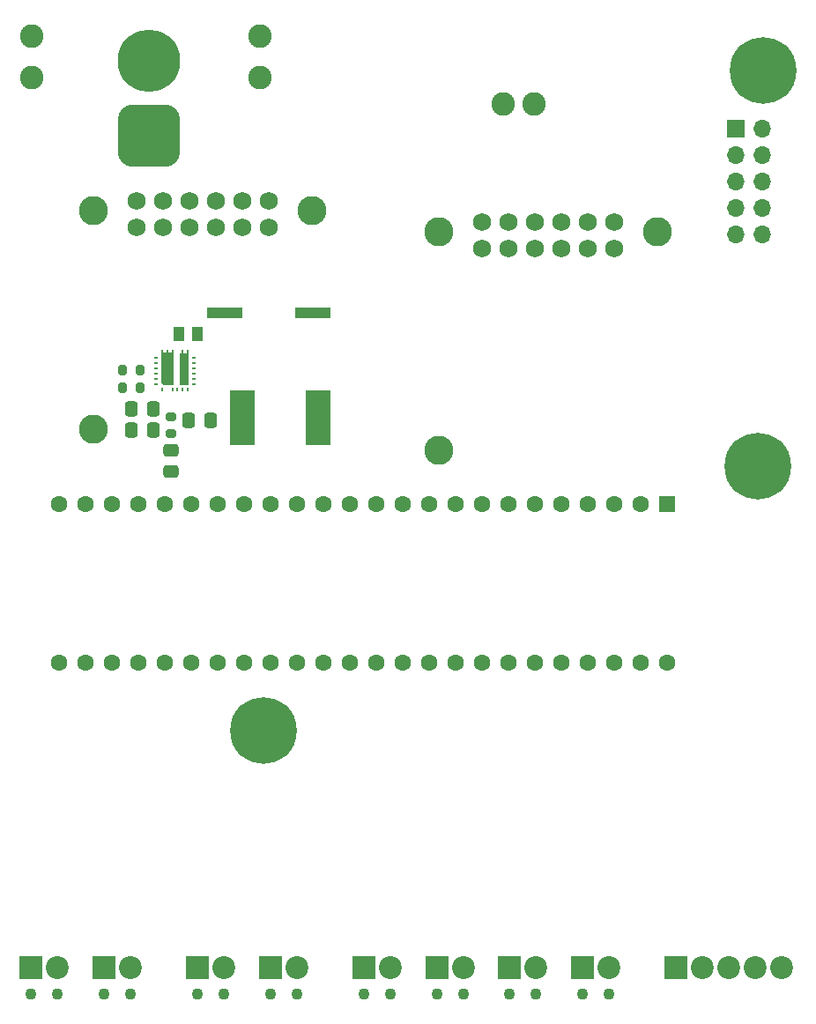
<source format=gbr>
G04 #@! TF.GenerationSoftware,KiCad,Pcbnew,8.0.5*
G04 #@! TF.CreationDate,2024-10-11T01:11:14-05:00*
G04 #@! TF.ProjectId,DAQ,4441512e-6b69-4636-9164-5f7063625858,rev?*
G04 #@! TF.SameCoordinates,Original*
G04 #@! TF.FileFunction,Soldermask,Bot*
G04 #@! TF.FilePolarity,Negative*
%FSLAX46Y46*%
G04 Gerber Fmt 4.6, Leading zero omitted, Abs format (unit mm)*
G04 Created by KiCad (PCBNEW 8.0.5) date 2024-10-11 01:11:14*
%MOMM*%
%LPD*%
G01*
G04 APERTURE LIST*
G04 Aperture macros list*
%AMRoundRect*
0 Rectangle with rounded corners*
0 $1 Rounding radius*
0 $2 $3 $4 $5 $6 $7 $8 $9 X,Y pos of 4 corners*
0 Add a 4 corners polygon primitive as box body*
4,1,4,$2,$3,$4,$5,$6,$7,$8,$9,$2,$3,0*
0 Add four circle primitives for the rounded corners*
1,1,$1+$1,$2,$3*
1,1,$1+$1,$4,$5*
1,1,$1+$1,$6,$7*
1,1,$1+$1,$8,$9*
0 Add four rect primitives between the rounded corners*
20,1,$1+$1,$2,$3,$4,$5,0*
20,1,$1+$1,$4,$5,$6,$7,0*
20,1,$1+$1,$6,$7,$8,$9,0*
20,1,$1+$1,$8,$9,$2,$3,0*%
G04 Aperture macros list end*
%ADD10C,0.000000*%
%ADD11RoundRect,1.500000X1.500000X-1.500000X1.500000X1.500000X-1.500000X1.500000X-1.500000X-1.500000X0*%
%ADD12C,6.000000*%
%ADD13C,2.800000*%
%ADD14C,1.750000*%
%ADD15R,1.700000X1.700000*%
%ADD16O,1.700000X1.700000*%
%ADD17C,0.800000*%
%ADD18C,6.400000*%
%ADD19C,1.100000*%
%ADD20R,2.200000X2.200000*%
%ADD21C,2.200000*%
%ADD22C,2.260600*%
%ADD23R,1.600000X1.600000*%
%ADD24C,1.600000*%
%ADD25RoundRect,0.250000X-0.337500X-0.475000X0.337500X-0.475000X0.337500X0.475000X-0.337500X0.475000X0*%
%ADD26R,2.413000X5.334000*%
%ADD27R,0.457200X0.254000*%
%ADD28R,0.254000X0.330198*%
%ADD29R,1.186900X2.848498*%
%ADD30R,0.972900X0.256998*%
%ADD31R,0.254000X0.330200*%
%ADD32R,0.850000X3.095500*%
%ADD33R,0.254000X0.457200*%
%ADD34RoundRect,0.200000X0.275000X-0.200000X0.275000X0.200000X-0.275000X0.200000X-0.275000X-0.200000X0*%
%ADD35RoundRect,0.200000X-0.200000X-0.275000X0.200000X-0.275000X0.200000X0.275000X-0.200000X0.275000X0*%
%ADD36R,1.066800X1.346200*%
%ADD37RoundRect,0.250000X-0.475000X0.337500X-0.475000X-0.337500X0.475000X-0.337500X0.475000X0.337500X0*%
%ADD38R,3.505200X1.092200*%
G04 APERTURE END LIST*
D10*
G36*
X121130000Y-81465599D02*
G01*
X121130000Y-84564399D01*
X120280000Y-84564399D01*
X120280000Y-81465599D01*
X120423001Y-81465100D01*
X121177000Y-81465100D01*
X121130000Y-81465599D01*
G37*
G36*
X119656900Y-81465599D02*
G01*
X119656900Y-84564399D01*
X118677100Y-84564399D01*
X118463100Y-84307399D01*
X118463100Y-81465599D01*
X118423000Y-81465100D01*
X119677000Y-81465100D01*
X119656900Y-81465599D01*
G37*
D11*
X117344262Y-60600000D03*
D12*
X117344262Y-53400000D03*
D13*
X132950000Y-67750000D03*
X111950000Y-88750000D03*
X111950000Y-67750000D03*
D14*
X116100000Y-69360000D03*
X118640000Y-69360000D03*
X121180000Y-69360000D03*
X123720000Y-69360000D03*
X126260000Y-69360000D03*
X128800000Y-69360000D03*
X116100000Y-66820000D03*
X118640000Y-66820000D03*
X121180000Y-66820000D03*
X123720000Y-66820000D03*
X126260000Y-66820000D03*
X128800000Y-66820000D03*
D15*
X173725000Y-59925000D03*
D16*
X176265000Y-59925000D03*
X173725000Y-62465000D03*
X176265000Y-62465000D03*
X173725000Y-65005000D03*
X176265000Y-65005000D03*
X173725000Y-67545000D03*
X176265000Y-67545000D03*
X173725000Y-70085000D03*
X176265000Y-70085000D03*
D17*
X173902944Y-54302944D03*
X174605888Y-52605888D03*
X174605888Y-56000000D03*
X176302944Y-51902944D03*
D18*
X176302944Y-54302944D03*
D17*
X176302944Y-56702944D03*
X178000000Y-52605888D03*
X178000000Y-56000000D03*
X178702944Y-54302944D03*
X173402944Y-92302944D03*
X174105888Y-90605888D03*
X174105888Y-94000000D03*
X175802944Y-89902944D03*
D18*
X175802944Y-92302944D03*
D17*
X175802944Y-94702944D03*
X177500000Y-90605888D03*
X177500000Y-94000000D03*
X178202944Y-92302944D03*
D19*
X158960000Y-143040000D03*
X161500000Y-143040000D03*
D20*
X158960000Y-140500000D03*
D21*
X161500000Y-140500000D03*
D19*
X129000000Y-143040000D03*
X131540000Y-143040000D03*
D20*
X129000000Y-140500000D03*
D21*
X131540000Y-140500000D03*
D19*
X122000000Y-143040000D03*
X124540000Y-143040000D03*
D20*
X122000000Y-140500000D03*
D21*
X124540000Y-140500000D03*
D19*
X105960000Y-143040000D03*
X108500000Y-143040000D03*
D20*
X105960000Y-140500000D03*
D21*
X108500000Y-140500000D03*
D20*
X167920000Y-140500000D03*
D21*
X170460000Y-140500000D03*
X173000000Y-140500000D03*
X175540000Y-140500000D03*
X178080000Y-140500000D03*
D22*
X128000000Y-55000000D03*
X128000000Y-51039999D03*
X154300000Y-57500000D03*
D17*
X125902944Y-117697056D03*
X126605888Y-116000000D03*
X126605888Y-119394112D03*
X128302944Y-115297056D03*
D18*
X128302944Y-117697056D03*
D17*
X128302944Y-120097056D03*
X130000000Y-116000000D03*
X130000000Y-119394112D03*
X130702944Y-117697056D03*
D22*
X106000000Y-55000000D03*
X106000000Y-51039999D03*
D19*
X137960000Y-143040000D03*
X140500000Y-143040000D03*
D20*
X137960000Y-140500000D03*
D21*
X140500000Y-140500000D03*
D19*
X151960000Y-143040000D03*
X154500000Y-143040000D03*
D20*
X151960000Y-140500000D03*
D21*
X154500000Y-140500000D03*
D23*
X167100000Y-96000000D03*
D24*
X164560000Y-96000000D03*
X162020000Y-96000000D03*
X159480000Y-96000000D03*
X156940000Y-96000000D03*
X154400000Y-96000000D03*
X151860000Y-96000000D03*
X149320000Y-96000000D03*
X146780000Y-96000000D03*
X144240000Y-96000000D03*
X141700000Y-96000000D03*
X139160000Y-96000000D03*
X136620000Y-96000000D03*
X134080000Y-96000000D03*
X131540000Y-96000000D03*
X129000000Y-96000000D03*
X126460000Y-96000000D03*
X123920000Y-96000000D03*
X121380000Y-96000000D03*
X118840000Y-96000000D03*
X116300000Y-96000000D03*
X113760000Y-96000000D03*
X111220000Y-96000000D03*
X108680000Y-96000000D03*
X108680000Y-111240000D03*
X111220000Y-111240000D03*
X113760000Y-111240000D03*
X116300000Y-111240000D03*
X118840000Y-111240000D03*
X121380000Y-111240000D03*
X123920000Y-111240000D03*
X126460000Y-111240000D03*
X129000000Y-111240000D03*
X131540000Y-111240000D03*
X134080000Y-111240000D03*
X136620000Y-111240000D03*
X139160000Y-111240000D03*
X141700000Y-111240000D03*
X144240000Y-111240000D03*
X146780000Y-111240000D03*
X149320000Y-111240000D03*
X151860000Y-111240000D03*
X154400000Y-111240000D03*
X156940000Y-111240000D03*
X159480000Y-111240000D03*
X162020000Y-111240000D03*
X164560000Y-111240000D03*
X167100000Y-111240000D03*
D19*
X144960000Y-143040000D03*
X147500000Y-143040000D03*
D20*
X144960000Y-140500000D03*
D21*
X147500000Y-140500000D03*
D19*
X112960000Y-143040000D03*
X115500000Y-143040000D03*
D20*
X112960000Y-140500000D03*
D21*
X115500000Y-140500000D03*
D13*
X166190000Y-69785000D03*
X145190000Y-90785000D03*
X145190000Y-69785000D03*
D14*
X149340000Y-71395000D03*
X151880000Y-71395000D03*
X154420000Y-71395000D03*
X156960000Y-71395000D03*
X159500000Y-71395000D03*
X162040000Y-71395000D03*
X149340000Y-68855000D03*
X151880000Y-68855000D03*
X154420000Y-68855000D03*
X156960000Y-68855000D03*
X159500000Y-68855000D03*
X162040000Y-68855000D03*
D22*
X151300000Y-57500000D03*
D25*
X115612500Y-88900000D03*
X117687500Y-88900000D03*
X121112500Y-87900000D03*
X123187500Y-87900000D03*
D26*
X133519500Y-87650000D03*
X126280500Y-87650000D03*
D27*
X117980001Y-84433999D03*
X117980001Y-83934000D03*
X117980001Y-83433999D03*
X117980001Y-82933999D03*
X117980001Y-82433998D03*
X117980001Y-81933999D03*
D28*
X118550000Y-81300001D03*
D29*
X119056550Y-82883150D03*
D30*
X119163550Y-84435898D03*
D31*
X119049999Y-81300000D03*
X119550000Y-81300000D03*
X120550001Y-81300000D03*
D32*
X120705000Y-83016649D03*
D31*
X121050000Y-81300000D03*
D27*
X121619999Y-81933999D03*
X121619999Y-82433998D03*
X121619999Y-82933999D03*
X121619999Y-83433999D03*
X121619999Y-83934000D03*
X121619999Y-84433999D03*
D33*
X121050000Y-85003998D03*
X120550001Y-85003998D03*
X120050000Y-85003998D03*
X119550000Y-85003998D03*
X118550000Y-85003998D03*
D34*
X119400000Y-89225000D03*
X119400000Y-87575000D03*
D35*
X114775000Y-83150000D03*
X116425000Y-83150000D03*
D25*
X115612500Y-86800000D03*
X117687500Y-86800000D03*
D36*
X120173700Y-79650000D03*
X121926300Y-79650000D03*
D37*
X119400000Y-90812500D03*
X119400000Y-92887500D03*
D38*
X124608200Y-77600000D03*
X133091800Y-77600000D03*
D35*
X114775000Y-84800000D03*
X116425000Y-84800000D03*
M02*

</source>
